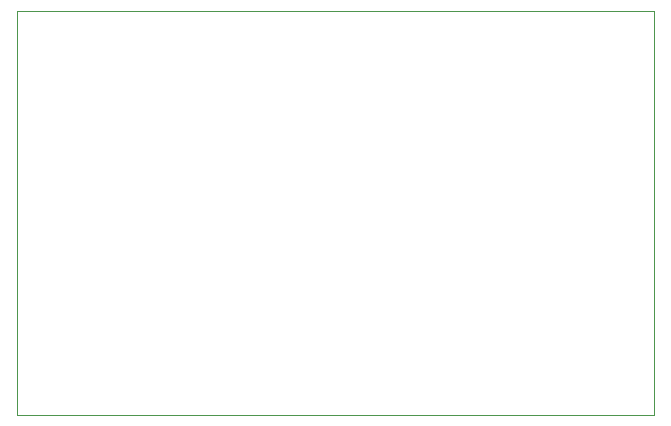
<source format=gm1>
G04 #@! TF.GenerationSoftware,KiCad,Pcbnew,7.0.10*
G04 #@! TF.CreationDate,2025-02-21T18:16:38-05:00*
G04 #@! TF.ProjectId,pcb_v2,7063625f-7632-42e6-9b69-6361645f7063,rev?*
G04 #@! TF.SameCoordinates,Original*
G04 #@! TF.FileFunction,Profile,NP*
%FSLAX46Y46*%
G04 Gerber Fmt 4.6, Leading zero omitted, Abs format (unit mm)*
G04 Created by KiCad (PCBNEW 7.0.10) date 2025-02-21 18:16:38*
%MOMM*%
%LPD*%
G01*
G04 APERTURE LIST*
G04 #@! TA.AperFunction,Profile*
%ADD10C,0.100000*%
G04 #@! TD*
G04 APERTURE END LIST*
D10*
X113550000Y-76790000D02*
X167550000Y-76790000D01*
X167550000Y-111040000D01*
X113550000Y-111040000D01*
X113550000Y-76790000D01*
M02*

</source>
